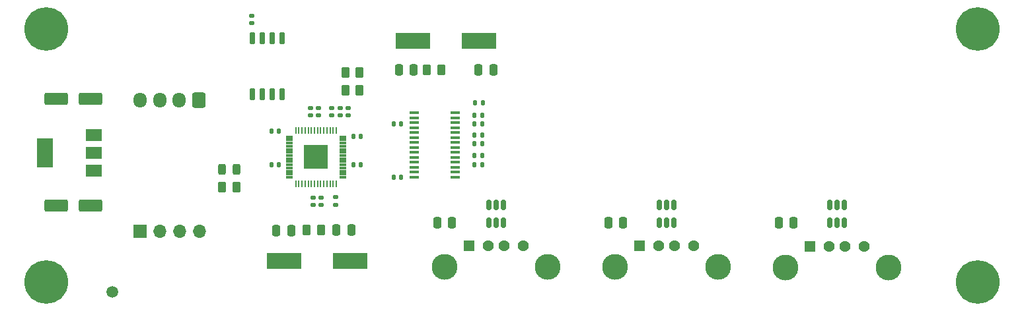
<source format=gbr>
%TF.GenerationSoftware,KiCad,Pcbnew,6.0.5*%
%TF.CreationDate,2022-06-14T18:54:29+02:00*%
%TF.ProjectId,usb host hub,75736220-686f-4737-9420-6875622e6b69,rev?*%
%TF.SameCoordinates,Original*%
%TF.FileFunction,Soldermask,Top*%
%TF.FilePolarity,Negative*%
%FSLAX46Y46*%
G04 Gerber Fmt 4.6, Leading zero omitted, Abs format (unit mm)*
G04 Created by KiCad (PCBNEW 6.0.5) date 2022-06-14 18:54:29*
%MOMM*%
%LPD*%
G01*
G04 APERTURE LIST*
G04 Aperture macros list*
%AMRoundRect*
0 Rectangle with rounded corners*
0 $1 Rounding radius*
0 $2 $3 $4 $5 $6 $7 $8 $9 X,Y pos of 4 corners*
0 Add a 4 corners polygon primitive as box body*
4,1,4,$2,$3,$4,$5,$6,$7,$8,$9,$2,$3,0*
0 Add four circle primitives for the rounded corners*
1,1,$1+$1,$2,$3*
1,1,$1+$1,$4,$5*
1,1,$1+$1,$6,$7*
1,1,$1+$1,$8,$9*
0 Add four rect primitives between the rounded corners*
20,1,$1+$1,$2,$3,$4,$5,0*
20,1,$1+$1,$4,$5,$6,$7,0*
20,1,$1+$1,$6,$7,$8,$9,0*
20,1,$1+$1,$8,$9,$2,$3,0*%
G04 Aperture macros list end*
%ADD10RoundRect,0.020000X-0.080000X-0.400000X0.080000X-0.400000X0.080000X0.400000X-0.080000X0.400000X0*%
%ADD11RoundRect,0.006000X-0.414000X-0.094000X0.414000X-0.094000X0.414000X0.094000X-0.414000X0.094000X0*%
%ADD12R,3.100000X3.100000*%
%ADD13R,1.428000X1.428000*%
%ADD14C,1.428000*%
%ADD15C,3.316000*%
%ADD16RoundRect,0.250000X0.600000X0.725000X-0.600000X0.725000X-0.600000X-0.725000X0.600000X-0.725000X0*%
%ADD17O,1.700000X1.950000*%
%ADD18RoundRect,0.150000X-0.150000X0.512500X-0.150000X-0.512500X0.150000X-0.512500X0.150000X0.512500X0*%
%ADD19RoundRect,0.135000X-0.135000X-0.185000X0.135000X-0.185000X0.135000X0.185000X-0.135000X0.185000X0*%
%ADD20RoundRect,0.250000X0.250000X0.475000X-0.250000X0.475000X-0.250000X-0.475000X0.250000X-0.475000X0*%
%ADD21RoundRect,0.243750X-0.243750X-0.456250X0.243750X-0.456250X0.243750X0.456250X-0.243750X0.456250X0*%
%ADD22RoundRect,0.140000X0.170000X-0.140000X0.170000X0.140000X-0.170000X0.140000X-0.170000X-0.140000X0*%
%ADD23R,4.500000X2.000000*%
%ADD24RoundRect,0.140000X-0.140000X-0.170000X0.140000X-0.170000X0.140000X0.170000X-0.140000X0.170000X0*%
%ADD25C,1.500000*%
%ADD26R,1.200000X0.400000*%
%ADD27RoundRect,0.250000X1.250000X0.550000X-1.250000X0.550000X-1.250000X-0.550000X1.250000X-0.550000X0*%
%ADD28RoundRect,0.250000X-0.262500X-0.450000X0.262500X-0.450000X0.262500X0.450000X-0.262500X0.450000X0*%
%ADD29RoundRect,0.250000X-0.250000X-0.475000X0.250000X-0.475000X0.250000X0.475000X-0.250000X0.475000X0*%
%ADD30C,5.600000*%
%ADD31RoundRect,0.140000X0.140000X0.170000X-0.140000X0.170000X-0.140000X-0.170000X0.140000X-0.170000X0*%
%ADD32RoundRect,0.140000X-0.170000X0.140000X-0.170000X-0.140000X0.170000X-0.140000X0.170000X0.140000X0*%
%ADD33R,2.000000X1.500000*%
%ADD34R,2.000000X3.800000*%
%ADD35RoundRect,0.150000X0.150000X-0.650000X0.150000X0.650000X-0.150000X0.650000X-0.150000X-0.650000X0*%
%ADD36RoundRect,0.250000X-1.250000X-0.550000X1.250000X-0.550000X1.250000X0.550000X-1.250000X0.550000X0*%
%ADD37RoundRect,0.250000X0.262500X0.450000X-0.262500X0.450000X-0.262500X-0.450000X0.262500X-0.450000X0*%
%ADD38RoundRect,0.135000X0.135000X0.185000X-0.135000X0.185000X-0.135000X-0.185000X0.135000X-0.185000X0*%
%ADD39R,1.700000X1.700000*%
%ADD40O,1.700000X1.700000*%
%ADD41RoundRect,0.135000X-0.185000X0.135000X-0.185000X-0.135000X0.185000X-0.135000X0.185000X0.135000X0*%
G04 APERTURE END LIST*
D10*
%TO.C,U1*%
X86334289Y-80879600D03*
X86734289Y-80879600D03*
X87134289Y-80879600D03*
X87534289Y-80879600D03*
X87934289Y-80879600D03*
X88334289Y-80879600D03*
X88734289Y-80879600D03*
X89134289Y-80879600D03*
X89534289Y-80879600D03*
X89934289Y-80879600D03*
X90334289Y-80879600D03*
X90734289Y-80879600D03*
X91134289Y-80879600D03*
X91534289Y-80879600D03*
X91534289Y-74009600D03*
X91134289Y-74009600D03*
X90734289Y-74009600D03*
X90334289Y-74009600D03*
X89934289Y-74009600D03*
X89534289Y-74009600D03*
X89134289Y-74009600D03*
X88734289Y-74009600D03*
X88334289Y-74009600D03*
X87934289Y-74009600D03*
X87534289Y-74009600D03*
X87134289Y-74009600D03*
X86734289Y-74009600D03*
X86334289Y-74009600D03*
D11*
X85499289Y-74844600D03*
X85499289Y-75244600D03*
X85499289Y-75644600D03*
X85499289Y-76044600D03*
X85499289Y-76444600D03*
X85499289Y-76844600D03*
X85499289Y-77244600D03*
X85499289Y-77644600D03*
X85499289Y-78044600D03*
X85499289Y-78444600D03*
X85499289Y-78844600D03*
X85499289Y-79244600D03*
X85499289Y-79644600D03*
X85499289Y-80044600D03*
X92369289Y-80044600D03*
X92369289Y-79644600D03*
X92369289Y-79244600D03*
X92369289Y-78844600D03*
X92369289Y-78444600D03*
X92369289Y-78044600D03*
X92369289Y-77644600D03*
X92369289Y-77244600D03*
X92369289Y-76844600D03*
X92369289Y-76444600D03*
X92369289Y-76044600D03*
X92369289Y-75644600D03*
X92369289Y-75244600D03*
X92369289Y-74844600D03*
D12*
X88934289Y-77444600D03*
%TD*%
D13*
%TO.C,J6*%
X152202000Y-88900000D03*
D14*
X154702000Y-88900000D03*
X156702000Y-88900000D03*
X159202000Y-88900000D03*
D15*
X149132000Y-91610000D03*
X162272000Y-91610000D03*
%TD*%
D13*
%TO.C,J2*%
X108514000Y-88855500D03*
D14*
X111014000Y-88855500D03*
X113014000Y-88855500D03*
X115514000Y-88855500D03*
D15*
X105444000Y-91565500D03*
X118584000Y-91565500D03*
%TD*%
D13*
%TO.C,J1*%
X130358000Y-88855500D03*
D14*
X132858000Y-88855500D03*
X134858000Y-88855500D03*
X137358000Y-88855500D03*
D15*
X127288000Y-91565500D03*
X140428000Y-91565500D03*
%TD*%
D16*
%TO.C,J5*%
X73914000Y-70104000D03*
D17*
X71414000Y-70104000D03*
X68914000Y-70104000D03*
X66414000Y-70104000D03*
%TD*%
D18*
%TO.C,U6*%
X134808000Y-83592900D03*
X133858000Y-83592900D03*
X132908000Y-83592900D03*
X132908000Y-85867900D03*
X133858000Y-85867900D03*
X134808000Y-85867900D03*
%TD*%
D19*
%TO.C,R4*%
X109234200Y-72072500D03*
X110254200Y-72072500D03*
%TD*%
D20*
%TO.C,C1*%
X85744089Y-86868000D03*
X83844089Y-86868000D03*
%TD*%
D21*
%TO.C,D1*%
X76888100Y-78994000D03*
X78763100Y-78994000D03*
%TD*%
D22*
%TO.C,C13*%
X91998800Y-72082600D03*
X91998800Y-71122600D03*
%TD*%
D23*
%TO.C,Y1*%
X84811289Y-90830400D03*
X93311289Y-90830400D03*
%TD*%
D24*
%TO.C,C4*%
X93703200Y-78460600D03*
X94663200Y-78460600D03*
%TD*%
D25*
%TO.C,TP1*%
X62788800Y-94742000D03*
%TD*%
D22*
%TO.C,C6*%
X93014800Y-72082600D03*
X93014800Y-71122600D03*
%TD*%
D26*
%TO.C,U2*%
X106756200Y-80010000D03*
X106756200Y-79375000D03*
X106756200Y-78740000D03*
X106756200Y-78105000D03*
X106756200Y-77470000D03*
X106756200Y-76835000D03*
X106756200Y-76200000D03*
X106756200Y-75565000D03*
X106756200Y-74930000D03*
X106756200Y-74295000D03*
X106756200Y-73660000D03*
X106756200Y-73025000D03*
X106756200Y-72390000D03*
X106756200Y-71755000D03*
X101556200Y-71755000D03*
X101556200Y-72390000D03*
X101556200Y-73025000D03*
X101556200Y-73660000D03*
X101556200Y-74295000D03*
X101556200Y-74930000D03*
X101556200Y-75565000D03*
X101556200Y-76200000D03*
X101556200Y-76835000D03*
X101556200Y-77470000D03*
X101556200Y-78105000D03*
X101556200Y-78740000D03*
X101556200Y-79375000D03*
X101556200Y-80010000D03*
%TD*%
D27*
%TO.C,C15*%
X60010400Y-70002400D03*
X55610400Y-70002400D03*
%TD*%
D28*
%TO.C,R12*%
X103125900Y-66243200D03*
X104950900Y-66243200D03*
%TD*%
D19*
%TO.C,R9*%
X109234200Y-78422500D03*
X110254200Y-78422500D03*
%TD*%
D28*
%TO.C,R2*%
X92686500Y-68826543D03*
X94511500Y-68826543D03*
%TD*%
D29*
%TO.C,C2*%
X91555489Y-86842600D03*
X93455489Y-86842600D03*
%TD*%
D30*
%TO.C,H4*%
X173736000Y-60960000D03*
%TD*%
D31*
%TO.C,C8*%
X84198400Y-74109743D03*
X83238400Y-74109743D03*
%TD*%
D32*
%TO.C,C10*%
X88544400Y-82621343D03*
X88544400Y-83581343D03*
%TD*%
D22*
%TO.C,C14*%
X90966289Y-72082600D03*
X90966289Y-71122600D03*
%TD*%
D19*
%TO.C,R5*%
X109234200Y-73215500D03*
X110254200Y-73215500D03*
%TD*%
D33*
%TO.C,U4*%
X60452400Y-79211200D03*
X60452400Y-76911200D03*
D34*
X54152400Y-76911200D03*
D33*
X60452400Y-74611200D03*
%TD*%
D29*
%TO.C,C18*%
X109743200Y-66243200D03*
X111643200Y-66243200D03*
%TD*%
D35*
%TO.C,U3*%
X80746600Y-69378543D03*
X82016600Y-69378543D03*
X83286600Y-69378543D03*
X84556600Y-69378543D03*
X84556600Y-62178543D03*
X83286600Y-62178543D03*
X82016600Y-62178543D03*
X80746600Y-62178543D03*
%TD*%
D19*
%TO.C,R8*%
X109234200Y-77279500D03*
X110254200Y-77279500D03*
%TD*%
D20*
%TO.C,C23*%
X150114000Y-85852000D03*
X148214000Y-85852000D03*
%TD*%
D30*
%TO.C,H2*%
X173736000Y-93472000D03*
%TD*%
D22*
%TO.C,C3*%
X80721200Y-60213343D03*
X80721200Y-59253343D03*
%TD*%
D36*
%TO.C,C16*%
X55610400Y-83718400D03*
X60010400Y-83718400D03*
%TD*%
D31*
%TO.C,C19*%
X99835600Y-80048100D03*
X98875600Y-80048100D03*
%TD*%
D19*
%TO.C,R6*%
X109234200Y-74612500D03*
X110254200Y-74612500D03*
%TD*%
D31*
%TO.C,C20*%
X99810200Y-73215500D03*
X98850200Y-73215500D03*
%TD*%
D37*
%TO.C,R1*%
X89565489Y-86842600D03*
X87740489Y-86842600D03*
%TD*%
D18*
%TO.C,U7*%
X112964000Y-83577000D03*
X112014000Y-83577000D03*
X111064000Y-83577000D03*
X111064000Y-85852000D03*
X112014000Y-85852000D03*
X112964000Y-85852000D03*
%TD*%
D24*
%TO.C,C5*%
X93703200Y-74770143D03*
X94663200Y-74770143D03*
%TD*%
D28*
%TO.C,R3*%
X92686500Y-66540543D03*
X94511500Y-66540543D03*
%TD*%
D23*
%TO.C,Y2*%
X101346000Y-62484000D03*
X109846000Y-62484000D03*
%TD*%
D20*
%TO.C,C21*%
X106360000Y-85852000D03*
X104460000Y-85852000D03*
%TD*%
D18*
%TO.C,U5*%
X156652000Y-83577000D03*
X155702000Y-83577000D03*
X154752000Y-83577000D03*
X154752000Y-85852000D03*
X155702000Y-85852000D03*
X156652000Y-85852000D03*
%TD*%
D20*
%TO.C,C22*%
X128270000Y-85852000D03*
X126370000Y-85852000D03*
%TD*%
D22*
%TO.C,C11*%
X88239600Y-72100543D03*
X88239600Y-71140543D03*
%TD*%
D19*
%TO.C,R7*%
X109234200Y-75755500D03*
X110254200Y-75755500D03*
%TD*%
D38*
%TO.C,R13*%
X110299200Y-70464500D03*
X109279200Y-70464500D03*
%TD*%
D20*
%TO.C,C17*%
X101432400Y-66243200D03*
X99532400Y-66243200D03*
%TD*%
D30*
%TO.C,H3*%
X54356000Y-60960000D03*
%TD*%
D32*
%TO.C,C12*%
X89611200Y-82621343D03*
X89611200Y-83581343D03*
%TD*%
D31*
%TO.C,C9*%
X84198400Y-78460600D03*
X83238400Y-78460600D03*
%TD*%
D37*
%TO.C,R11*%
X78738100Y-81280000D03*
X76913100Y-81280000D03*
%TD*%
D39*
%TO.C,J4*%
X66395600Y-87020400D03*
D40*
X68935600Y-87020400D03*
X71475600Y-87020400D03*
X74015600Y-87020400D03*
%TD*%
D22*
%TO.C,C7*%
X89255600Y-72100543D03*
X89255600Y-71140543D03*
%TD*%
D41*
%TO.C,R10*%
X91440000Y-82591343D03*
X91440000Y-83611343D03*
%TD*%
D30*
%TO.C,H1*%
X54356000Y-93472000D03*
%TD*%
M02*

</source>
